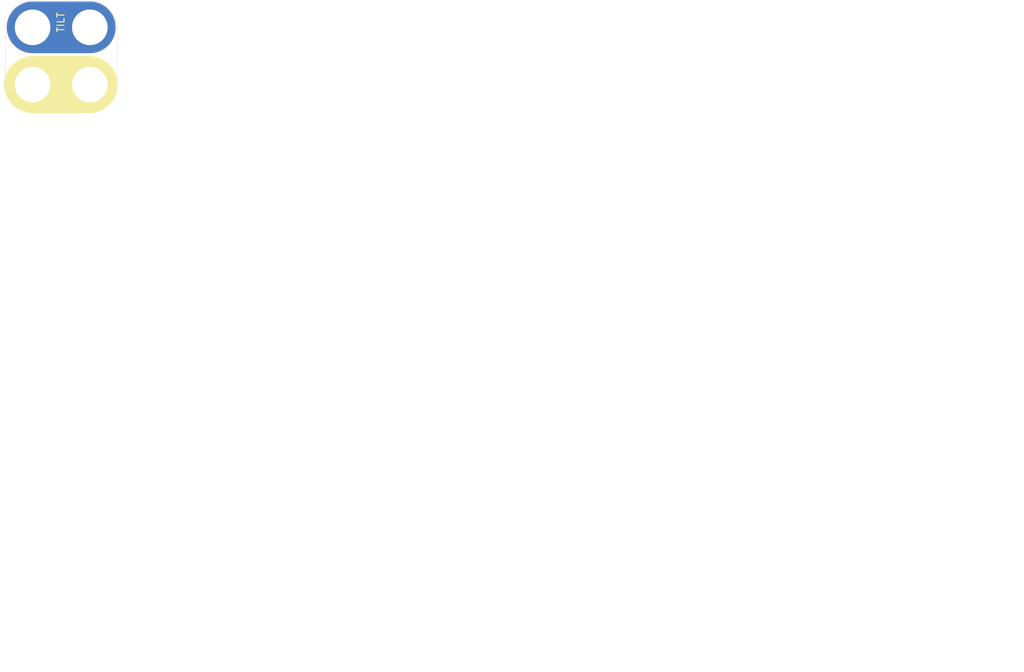
<source format=kicad_pcb>
(kicad_pcb (version 4) (host pcbnew 4.0.5-e0-6337~49~ubuntu16.04.1)

  (general
    (links 4)
    (no_connects 4)
    (area -0.08128 11.212399 142.763479 105.44048)
    (thickness 1.6)
    (drawings 1)
    (tracks 0)
    (zones 0)
    (modules 1)
    (nets 3)
  )

  (page USLetter)
  (title_block
    (title "2x2 Tilt Switch 1208 SMT Module")
    (date "16 Mar 2017")
    (rev 1.0)
    (company "All rights reserved.")
    (comment 1 help@browndoggadgets.com)
    (comment 2 http://browndoggadgets.com/)
    (comment 3 "Brown Dog Gadgets")
  )

  (layers
    (0 F.Cu signal)
    (31 B.Cu signal)
    (34 B.Paste user)
    (35 F.Paste user)
    (36 B.SilkS user)
    (37 F.SilkS user)
    (38 B.Mask user)
    (39 F.Mask user)
    (40 Dwgs.User user)
    (44 Edge.Cuts user)
    (46 B.CrtYd user)
    (47 F.CrtYd user)
    (48 B.Fab user)
    (49 F.Fab user)
  )

  (setup
    (last_trace_width 0.254)
    (user_trace_width 0.1524)
    (user_trace_width 0.254)
    (user_trace_width 0.3302)
    (user_trace_width 0.508)
    (user_trace_width 0.762)
    (user_trace_width 1.27)
    (trace_clearance 0.254)
    (zone_clearance 0.508)
    (zone_45_only no)
    (trace_min 0.1524)
    (segment_width 0.1524)
    (edge_width 0.1524)
    (via_size 0.6858)
    (via_drill 0.3302)
    (via_min_size 0.6858)
    (via_min_drill 0.3302)
    (user_via 0.6858 0.3302)
    (user_via 0.762 0.4064)
    (user_via 0.8636 0.508)
    (uvia_size 0.6858)
    (uvia_drill 0.3302)
    (uvias_allowed no)
    (uvia_min_size 0)
    (uvia_min_drill 0)
    (pcb_text_width 0.1524)
    (pcb_text_size 1.016 1.016)
    (mod_edge_width 0.1524)
    (mod_text_size 1.016 1.016)
    (mod_text_width 0.1524)
    (pad_size 1.524 1.524)
    (pad_drill 0.762)
    (pad_to_mask_clearance 0.0762)
    (solder_mask_min_width 0.1016)
    (pad_to_paste_clearance -0.0762)
    (aux_axis_origin 0 0)
    (visible_elements FFFEDF7D)
    (pcbplotparams
      (layerselection 0x310fc_80000001)
      (usegerberextensions true)
      (excludeedgelayer true)
      (linewidth 0.100000)
      (plotframeref false)
      (viasonmask false)
      (mode 1)
      (useauxorigin false)
      (hpglpennumber 1)
      (hpglpenspeed 20)
      (hpglpendiameter 15)
      (hpglpenoverlay 2)
      (psnegative false)
      (psa4output false)
      (plotreference true)
      (plotvalue true)
      (plotinvisibletext false)
      (padsonsilk false)
      (subtractmaskfromsilk false)
      (outputformat 1)
      (mirror false)
      (drillshape 0)
      (scaleselection 1)
      (outputdirectory gerbers))
  )

  (net 0 "")
  (net 1 /1)
  (net 2 /2)

  (net_class Default "This is the default net class."
    (clearance 0.254)
    (trace_width 0.254)
    (via_dia 0.6858)
    (via_drill 0.3302)
    (uvia_dia 0.6858)
    (uvia_drill 0.3302)
    (add_net /1)
    (add_net /2)
  )

  (module Crazy_Circuits:SWITCH-TILT-SMT-1208-2x2-CENTER (layer F.Cu) (tedit 58CABCC4) (tstamp 58CB337D)
    (at 4.4714 23.28672)
    (descr "1206 surface mount centered 2x2")
    (path /58CABBD1)
    (fp_text reference SW1 (at 4 -4) (layer F.Fab)
      (effects (font (size 1 1) (thickness 0.15)))
    )
    (fp_text value SW_TILT (at 4 -4) (layer F.Fab) hide
      (effects (font (size 1 1) (thickness 0.15)))
    )
    (fp_line (start 2.3495 -6.7945) (end 2.413 -6.7945) (layer F.Fab) (width 0.05))
    (fp_line (start 2.3495 -1.27) (end 2.3495 -6.7945) (layer F.Fab) (width 0.05))
    (fp_line (start 5.3975 -1.27) (end 2.3495 -1.27) (layer F.Fab) (width 0.05))
    (fp_line (start 5.3975 -6.7945) (end 5.3975 -1.27) (layer F.Fab) (width 0.05))
    (fp_line (start 2.413 -6.7945) (end 5.3975 -6.7945) (layer F.Fab) (width 0.05))
    (fp_text user TILT (at 3.937 -8.6995 90) (layer F.SilkS)
      (effects (font (size 1 1) (thickness 0.15)))
    )
    (fp_line (start 0 -8) (end 8 -8) (layer B.Cu) (width 7.2))
    (fp_line (start 0 0) (end 7.9 0) (layer F.SilkS) (width 8))
    (fp_line (start 0 -8) (end 8 -8) (layer B.Mask) (width 7.2))
    (fp_line (start 0 0) (end 8 0) (layer B.Cu) (width 7.2))
    (fp_line (start 0 0) (end 8 0) (layer B.Mask) (width 7.2))
    (fp_line (start 0 -8) (end 8 -8) (layer F.Cu) (width 7.2))
    (fp_line (start 0 0) (end 8 0) (layer F.Cu) (width 7.2))
    (fp_line (start 7.9 -11.8) (end 0.1 -11.8) (layer Edge.Cuts) (width 0.04064))
    (fp_line (start 7.9 3.8) (end 0.1 3.8) (layer Edge.Cuts) (width 0.04064))
    (fp_line (start 11.8 -0.1) (end 11.8 -7.9) (layer Edge.Cuts) (width 0.04064))
    (fp_line (start -3.8 -0.1) (end -3.8 -7.9) (layer Edge.Cuts) (width 0.04064))
    (fp_arc (start 7.9 -7.9) (end 7.9 -11.8) (angle 90) (layer Edge.Cuts) (width 0.04064))
    (fp_arc (start 7.9 -0.1) (end 11.8 -0.1) (angle 90) (layer Edge.Cuts) (width 0.04064))
    (fp_arc (start 0.1 -0.1) (end 0.1 3.8) (angle 90) (layer Edge.Cuts) (width 0.04064))
    (fp_arc (start 0.1 -7.9) (end -3.8 -7.9) (angle 90) (layer Edge.Cuts) (width 0.04064))
    (fp_line (start 7.9 -11.8) (end 0.1 -11.8) (layer F.Fab) (width 0.04064))
    (fp_line (start 7.9 3.8) (end 0.1 3.8) (layer F.Fab) (width 0.04064))
    (fp_line (start 11.8 -0.1) (end 11.8 -7.9) (layer F.Fab) (width 0.04064))
    (fp_line (start -3.8 -0.1) (end -3.8 -7.9) (layer F.Fab) (width 0.04064))
    (fp_arc (start 7.9 -7.9) (end 7.9 -11.8) (angle 90) (layer F.Fab) (width 0.04064))
    (fp_arc (start 7.9 -0.1) (end 11.8 -0.1) (angle 90) (layer F.Fab) (width 0.04064))
    (fp_arc (start 0.1 -0.1) (end 0.1 3.8) (angle 90) (layer F.Fab) (width 0.04064))
    (fp_arc (start 0.1 -7.9) (end -3.8 -7.9) (angle 90) (layer F.Fab) (width 0.04064))
    (pad 1 smd rect (at 4 -5.456) (size 2 1.3) (layers F.Cu F.Paste F.Mask)
      (net 1 /1))
    (pad 2 thru_hole circle (at 0 0) (size 6 6) (drill 4.98) (layers *.Cu B.Mask)
      (net 2 /2))
    (pad 1 thru_hole circle (at 0 -8) (size 6 6) (drill 4.98) (layers *.Cu B.Mask)
      (net 1 /1))
    (pad 1 thru_hole circle (at 8 -8) (size 6 6) (drill 4.98) (layers *.Cu B.Mask)
      (net 1 /1))
    (pad 2 thru_hole circle (at 8 0) (size 6 6) (drill 4.98) (layers *.Cu B.Mask)
      (net 2 /2))
    (pad 2 smd rect (at 4 -2.456) (size 2 1.3) (layers F.Cu F.Paste F.Mask)
      (net 2 /2))
  )

  (gr_text "FABRICATION NOTES\n\n1. THIS IS A 2 LAYER BOARD. \n2. EXTERNAL LAYERS SHALL HAVE 1 OZ COPPER.\n3. MATERIAL: FR4 AND 0.062 INCH +/- 10% THICK.\n4. BOARDS SHALL BE ROHS COMPLIANT. \n5. MANUFACTURE IN ACCORDANCE WITH IPC-6012 CLASS 2\n6. MASK: BOTH SIDES OF THE BOARD SHALL HAVE \n   SOLDER MASK (RED) OVER BARE COPPER. \n7. SILK: BOTH SIDES OF THE BOARD SHALL HAVE \n   WHITE SILKSCREEN. DO NOT PLACE SILK OVER BARE COPPER.\n8. FINISH: ENIG.\n9. MINIMUM TRACE WIDTH - 0.006 INCH.\n   MINIMUM SPACE - 0.006 INCH.\n   MINIMUM HOLE DIA - 0.013 INCH. \n10. MAX HOLE PLACEMENT TOLERANCE OF +/- 0.003 INCH.\n11. MAX HOLE DIAMETER TOLERANCE OF +/- 0.003 INCH AFTER PLATING." (at -0.08128 70.76948) (layer Dwgs.User)
    (effects (font (size 2.54 2.54) (thickness 0.254)) (justify left))
  )

)

</source>
